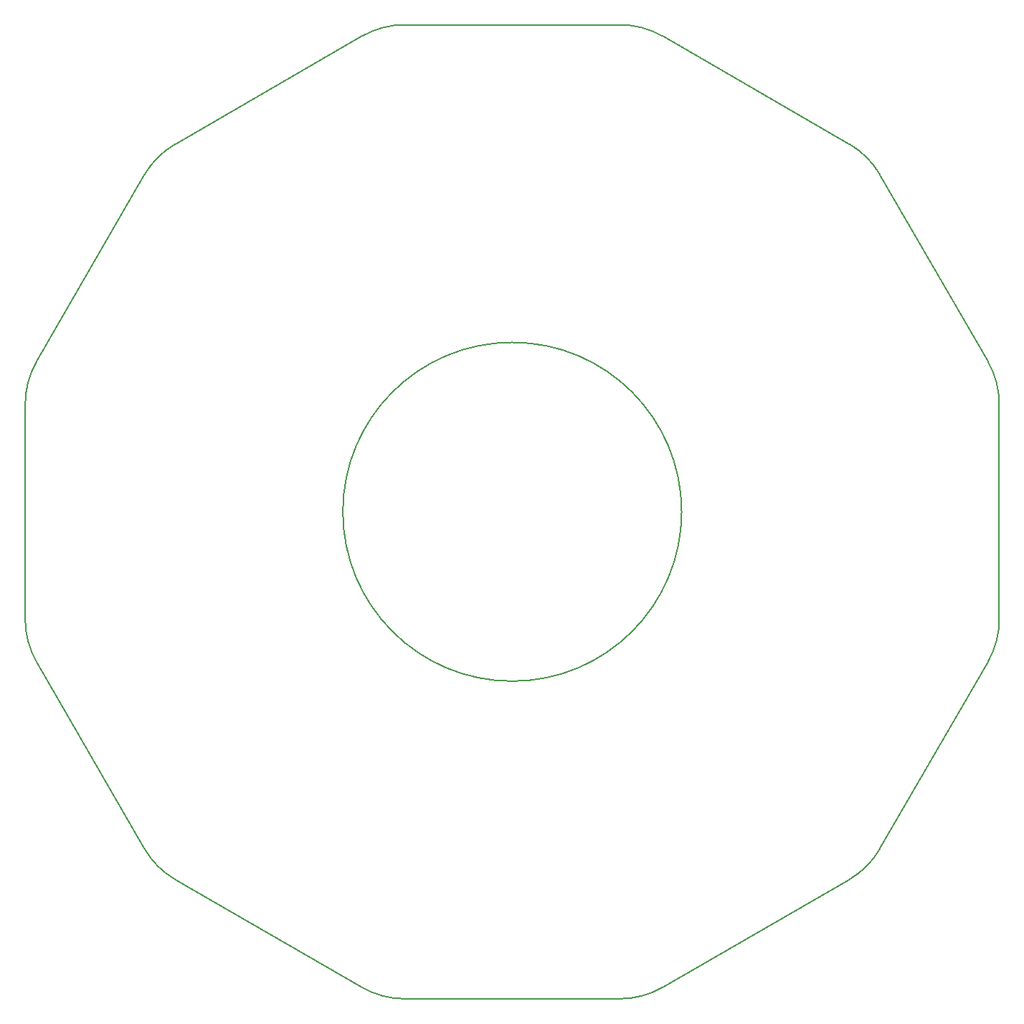
<source format=gbr>
G04 #@! TF.GenerationSoftware,KiCad,Pcbnew,(5.1.5)-3*
G04 #@! TF.CreationDate,2021-02-27T09:42:25-05:00*
G04 #@! TF.ProjectId,PDB,5044422e-6b69-4636-9164-5f7063625858,rev?*
G04 #@! TF.SameCoordinates,Original*
G04 #@! TF.FileFunction,Profile,NP*
%FSLAX46Y46*%
G04 Gerber Fmt 4.6, Leading zero omitted, Abs format (unit mm)*
G04 Created by KiCad (PCBNEW (5.1.5)-3) date 2021-02-27 09:42:25*
%MOMM*%
%LPD*%
G04 APERTURE LIST*
%ADD10C,0.200000*%
G04 APERTURE END LIST*
D10*
X237569999Y-176207101D02*
X259614826Y-163479514D01*
X207114827Y-177546847D02*
X232569999Y-177546847D01*
X239842413Y-120046847D02*
G75*
G03X239842413Y-120046847I-20000000J0D01*
G01*
X237569999Y-176207101D02*
G75*
G02X232569999Y-177546847I-5000000J8660254D01*
G01*
X277342413Y-132774433D02*
G75*
G02X276002667Y-137774433I-10000000J0D01*
G01*
X263275080Y-159819260D02*
X276002667Y-137774433D01*
X263275080Y-159819260D02*
G75*
G02X259614826Y-163479514I-8660254J5000000D01*
G01*
X202114827Y-63886593D02*
X180070000Y-76614180D01*
X232569999Y-62546847D02*
X207114827Y-62546847D01*
X232569999Y-62546847D02*
G75*
G02X237569999Y-63886593I0J-10000000D01*
G01*
X202114828Y-63886594D02*
G75*
G02X207114827Y-62546848I4999999J-8660253D01*
G01*
X163682159Y-137774433D02*
X176409746Y-159819260D01*
X180070000Y-163479514D02*
X202114827Y-176207101D01*
X207114827Y-177546847D02*
G75*
G02X202114827Y-176207101I0J10000000D01*
G01*
X180070000Y-163479514D02*
G75*
G02X176409746Y-159819260I5000000J8660254D01*
G01*
X163682159Y-137774433D02*
G75*
G02X162342413Y-132774433I8660254J5000000D01*
G01*
X162342413Y-107319261D02*
X162342413Y-132774433D01*
X259614826Y-76614180D02*
X237569999Y-63886593D01*
X276002667Y-102319261D02*
X263275080Y-80274434D01*
X176409746Y-80274434D02*
X163682159Y-102319261D01*
X162342413Y-107319261D02*
G75*
G02X163682159Y-102319261I10000000J0D01*
G01*
X277342413Y-132774433D02*
X277342413Y-107319261D01*
X276002667Y-102319261D02*
G75*
G02X277342413Y-107319261I-8660254J-5000000D01*
G01*
X259614826Y-76614180D02*
G75*
G02X263275080Y-80274434I-5000000J-8660254D01*
G01*
X176409746Y-80274434D02*
G75*
G02X180070000Y-76614180I8660254J-5000000D01*
G01*
M02*

</source>
